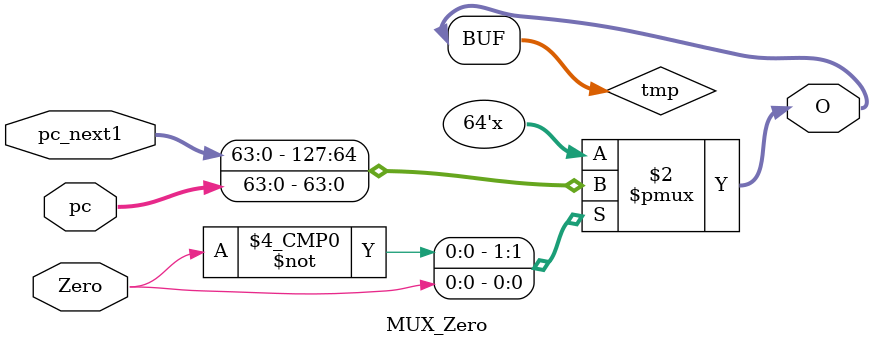
<source format=v>
module MUX_Zero(pc_next1,pc,Zero,O);
	input [63:0] pc_next1;
	input [63:0] pc;
	input Zero;
	output [63:0] O;
	
	reg [63:0] tmp;
	
	
	always @(*)
   begin
		case(Zero)
			1'b0:
				tmp = pc_next1;
			1'b1:
				tmp = pc;
		endcase
	end
	
	assign O = tmp;

endmodule 
</source>
